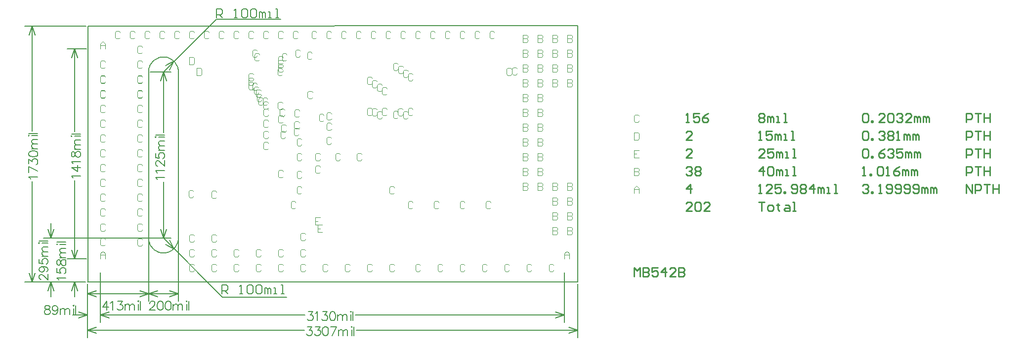
<source format=gbr>
%FSTAX23Y23*%
%MOIN*%
%SFA1B1*%

%IPPOS*%
%ADD11C,0.010000*%
%ADD17C,0.005000*%
%ADD18C,0.006000*%
%ADD37C,0.001000*%
%LNmb542b-1*%
%LPD*%
G54D11*
X0075Y-01584D02*
Y-01524D01*
X0077Y-01544*
X0079Y-01524*
Y-01584*
X0081Y-01524D02*
Y-01584D01*
X0084*
X0085Y-01574*
Y-01564*
X0084Y-01554*
X0081*
X0084*
X0085Y-01544*
Y-01534*
X0084Y-01524*
X0081*
X0091D02*
X0087D01*
Y-01554*
X0089Y-01544*
X009*
X0091Y-01554*
Y-01574*
X009Y-01584*
X0088*
X0087Y-01574*
X0096Y-01584D02*
Y-01524D01*
X0093Y-01554*
X0097*
X0103Y-01584D02*
X0099D01*
X0103Y-01544*
Y-01534*
X0102Y-01524*
X01*
X0099Y-01534*
X0105Y-01524D02*
Y-01584D01*
X0108*
X0109Y-01574*
Y-01564*
X0108Y-01554*
X0105*
X0108*
X0109Y-01544*
Y-01534*
X0108Y-01524*
X0105*
X011Y-0054D02*
X0112D01*
X0111*
Y-0048*
X011Y-0049*
X0119Y-0048D02*
X0115D01*
Y-0051*
X0117Y-005*
X0118*
X0119Y-0051*
Y-0053*
X0118Y-0054*
X0116*
X0115Y-0053*
X0125Y-0048D02*
X0123Y-0049D01*
X0121Y-0051*
Y-0053*
X0122Y-0054*
X0124*
X0125Y-0053*
Y-0052*
X0124Y-0051*
X0121*
X0159Y-0049D02*
X016Y-0048D01*
X0162*
X0163Y-0049*
Y-005*
X0162Y-0051*
X0163Y-0052*
Y-0053*
X0162Y-0054*
X016*
X0159Y-0053*
Y-0052*
X016Y-0051*
X0159Y-005*
Y-0049*
X016Y-0051D02*
X0162D01*
X0165Y-0054D02*
Y-005D01*
X0166*
X0167Y-0051*
Y-0054*
Y-0051*
X0168Y-005*
X0169Y-0051*
Y-0054*
X0171D02*
X0173D01*
X0172*
Y-005*
X0171*
X0176Y-0054D02*
X0178D01*
X0177*
Y-0048*
X0176*
X0229Y-0049D02*
X023Y-0048D01*
X0232*
X0233Y-0049*
Y-0053*
X0232Y-0054*
X023*
X0229Y-0053*
Y-0049*
X0235Y-0054D02*
Y-0053D01*
X0236*
Y-0054*
X0235*
X0244D02*
X024D01*
X0244Y-005*
Y-0049*
X0243Y-0048*
X0241*
X024Y-0049*
X0246D02*
X0247Y-0048D01*
X0249*
X025Y-0049*
Y-0053*
X0249Y-0054*
X0247*
X0246Y-0053*
Y-0049*
X0252D02*
X0253Y-0048D01*
X0255*
X0256Y-0049*
Y-005*
X0255Y-0051*
X0254*
X0255*
X0256Y-0052*
Y-0053*
X0255Y-0054*
X0253*
X0252Y-0053*
X0262Y-0054D02*
X0258D01*
X0262Y-005*
Y-0049*
X0261Y-0048*
X0259*
X0258Y-0049*
X0264Y-0054D02*
Y-005D01*
X0265*
X0266Y-0051*
Y-0054*
Y-0051*
X0267Y-005*
X0268Y-0051*
Y-0054*
X027D02*
Y-005D01*
X0271*
X0272Y-0051*
Y-0054*
Y-0051*
X0273Y-005*
X0274Y-0051*
Y-0054*
X0299D02*
Y-0048D01*
X0302*
X0303Y-0049*
Y-0051*
X0302Y-0052*
X0299*
X0305Y-0048D02*
X0309D01*
X0307*
Y-0054*
X0311Y-0048D02*
Y-0054D01*
Y-0051*
X0315*
Y-0048*
Y-0054*
X0114Y-0066D02*
X011D01*
X0114Y-0062*
Y-0061*
X0113Y-006*
X0111*
X011Y-0061*
X0159Y-0066D02*
X0161D01*
X016*
Y-006*
X0159Y-0061*
X0168Y-006D02*
X0164D01*
Y-0063*
X0166Y-0062*
X0167*
X0168Y-0063*
Y-0065*
X0167Y-0066*
X0165*
X0164Y-0065*
X017Y-0066D02*
Y-0062D01*
X0171*
X0172Y-0063*
Y-0066*
Y-0063*
X0173Y-0062*
X0174Y-0063*
Y-0066*
X0176D02*
X0178D01*
X0177*
Y-0062*
X0176*
X0181Y-0066D02*
X0183D01*
X0182*
Y-006*
X0181*
X0229Y-0061D02*
X023Y-006D01*
X0232*
X0233Y-0061*
Y-0065*
X0232Y-0066*
X023*
X0229Y-0065*
Y-0061*
X0235Y-0066D02*
Y-0065D01*
X0236*
Y-0066*
X0235*
X024Y-0061D02*
X0241Y-006D01*
X0243*
X0244Y-0061*
Y-0062*
X0243Y-0063*
X0242*
X0243*
X0244Y-0064*
Y-0065*
X0243Y-0066*
X0241*
X024Y-0065*
X0246Y-0061D02*
X0247Y-006D01*
X0249*
X025Y-0061*
Y-0062*
X0249Y-0063*
X025Y-0064*
Y-0065*
X0249Y-0066*
X0247*
X0246Y-0065*
Y-0064*
X0247Y-0063*
X0246Y-0062*
Y-0061*
X0247Y-0063D02*
X0249D01*
X0252Y-0066D02*
X0254D01*
X0253*
Y-006*
X0252Y-0061*
X0257Y-0066D02*
Y-0062D01*
X0258*
X0259Y-0063*
Y-0066*
Y-0063*
X026Y-0062*
X0261Y-0063*
Y-0066*
X0263D02*
Y-0062D01*
X0264*
X0265Y-0063*
Y-0066*
Y-0063*
X0266Y-0062*
X0267Y-0063*
Y-0066*
X0299D02*
Y-006D01*
X0302*
X0303Y-0061*
Y-0063*
X0302Y-0064*
X0299*
X0305Y-006D02*
X0309D01*
X0307*
Y-0066*
X0311Y-006D02*
Y-0066D01*
Y-0063*
X0315*
Y-006*
Y-0066*
X0114Y-0078D02*
X011D01*
X0114Y-0074*
Y-0073*
X0113Y-0072*
X0111*
X011Y-0073*
X0163Y-0078D02*
X0159D01*
X0163Y-0074*
Y-0073*
X0162Y-0072*
X016*
X0159Y-0073*
X0169Y-0072D02*
X0165D01*
Y-0075*
X0167Y-0074*
X0168*
X0169Y-0075*
Y-0077*
X0168Y-0078*
X0166*
X0165Y-0077*
X0171Y-0078D02*
Y-0074D01*
X0172*
X0173Y-0075*
Y-0078*
Y-0075*
X0174Y-0074*
X0175Y-0075*
Y-0078*
X0177D02*
X0179D01*
X0178*
Y-0074*
X0177*
X0182Y-0078D02*
X0184D01*
X0183*
Y-0072*
X0182*
X0229Y-0073D02*
X023Y-0072D01*
X0232*
X0233Y-0073*
Y-0077*
X0232Y-0078*
X023*
X0229Y-0077*
Y-0073*
X0235Y-0078D02*
Y-0077D01*
X0236*
Y-0078*
X0235*
X0244Y-0072D02*
X0242Y-0073D01*
X024Y-0075*
Y-0077*
X0241Y-0078*
X0243*
X0244Y-0077*
Y-0076*
X0243Y-0075*
X024*
X0246Y-0073D02*
X0247Y-0072D01*
X0249*
X025Y-0073*
Y-0074*
X0249Y-0075*
X0248*
X0249*
X025Y-0076*
Y-0077*
X0249Y-0078*
X0247*
X0246Y-0077*
X0256Y-0072D02*
X0252D01*
Y-0075*
X0254Y-0074*
X0255*
X0256Y-0075*
Y-0077*
X0255Y-0078*
X0253*
X0252Y-0077*
X0258Y-0078D02*
Y-0074D01*
X0259*
X026Y-0075*
Y-0078*
Y-0075*
X0261Y-0074*
X0262Y-0075*
Y-0078*
X0264D02*
Y-0074D01*
X0265*
X0266Y-0075*
Y-0078*
Y-0075*
X0267Y-0074*
X0268Y-0075*
Y-0078*
X0299D02*
Y-0072D01*
X0302*
X0303Y-0073*
Y-0075*
X0302Y-0076*
X0299*
X0305Y-0072D02*
X0309D01*
X0307*
Y-0078*
X0311Y-0072D02*
Y-0078D01*
Y-0075*
X0315*
Y-0072*
Y-0078*
X011Y-0085D02*
X0111Y-0084D01*
X0113*
X0114Y-0085*
Y-0086*
X0113Y-0087*
X0112*
X0113*
X0114Y-0088*
Y-0089*
X0113Y-009*
X0111*
X011Y-0089*
X0116Y-0085D02*
X0117Y-0084D01*
X0119*
X012Y-0085*
Y-0086*
X0119Y-0087*
X012Y-0088*
Y-0089*
X0119Y-009*
X0117*
X0116Y-0089*
Y-0088*
X0117Y-0087*
X0116Y-0086*
Y-0085*
X0117Y-0087D02*
X0119D01*
X0162Y-009D02*
Y-0084D01*
X0159Y-0087*
X0163*
X0165Y-0085D02*
X0166Y-0084D01*
X0168*
X0169Y-0085*
Y-0089*
X0168Y-009*
X0166*
X0165Y-0089*
Y-0085*
X0171Y-009D02*
Y-0086D01*
X0172*
X0173Y-0087*
Y-009*
Y-0087*
X0174Y-0086*
X0175Y-0087*
Y-009*
X0177D02*
X0179D01*
X0178*
Y-0086*
X0177*
X0182Y-009D02*
X0184D01*
X0183*
Y-0084*
X0182*
X0229Y-009D02*
X0231D01*
X023*
Y-0084*
X0229Y-0085*
X0234Y-009D02*
Y-0089D01*
X0235*
Y-009*
X0234*
X0239Y-0085D02*
X024Y-0084D01*
X0242*
X0243Y-0085*
Y-0089*
X0242Y-009*
X024*
X0239Y-0089*
Y-0085*
X0245Y-009D02*
X0247D01*
X0246*
Y-0084*
X0245Y-0085*
X0254Y-0084D02*
X0252Y-0085D01*
X025Y-0087*
Y-0089*
X0251Y-009*
X0253*
X0254Y-0089*
Y-0088*
X0253Y-0087*
X025*
X0256Y-009D02*
Y-0086D01*
X0257*
X0258Y-0087*
Y-009*
Y-0087*
X0259Y-0086*
X026Y-0087*
Y-009*
X0262D02*
Y-0086D01*
X0263*
X0264Y-0087*
Y-009*
Y-0087*
X0265Y-0086*
X0266Y-0087*
Y-009*
X0299D02*
Y-0084D01*
X0302*
X0303Y-0085*
Y-0087*
X0302Y-0088*
X0299*
X0305Y-0084D02*
X0309D01*
X0307*
Y-009*
X0311Y-0084D02*
Y-009D01*
Y-0087*
X0315*
Y-0084*
Y-009*
X0113Y-0102D02*
Y-0096D01*
X011Y-0099*
X0114*
X0159Y-0102D02*
X0161D01*
X016*
Y-0096*
X0159Y-0097*
X0168Y-0102D02*
X0164D01*
X0168Y-0098*
Y-0097*
X0167Y-0096*
X0165*
X0164Y-0097*
X0174Y-0096D02*
X017D01*
Y-0099*
X0172Y-0098*
X0173*
X0174Y-0099*
Y-0101*
X0173Y-0102*
X0171*
X017Y-0101*
X0176Y-0102D02*
Y-0101D01*
X0177*
Y-0102*
X0176*
X0181Y-0101D02*
X0182Y-0102D01*
X0184*
X0185Y-0101*
Y-0097*
X0184Y-0096*
X0182*
X0181Y-0097*
Y-0098*
X0182Y-0099*
X0185*
X0187Y-0097D02*
X0188Y-0096D01*
X019*
X0191Y-0097*
Y-0098*
X019Y-0099*
X0191Y-01*
Y-0101*
X019Y-0102*
X0188*
X0187Y-0101*
Y-01*
X0188Y-0099*
X0187Y-0098*
Y-0097*
X0188Y-0099D02*
X019D01*
X0196Y-0102D02*
Y-0096D01*
X0193Y-0099*
X0197*
X0199Y-0102D02*
Y-0098D01*
X02*
X0201Y-0099*
Y-0102*
Y-0099*
X0202Y-0098*
X0203Y-0099*
Y-0102*
X0205D02*
X0207D01*
X0206*
Y-0098*
X0205*
X021Y-0102D02*
X0212D01*
X0211*
Y-0096*
X021*
X0229Y-0097D02*
X023Y-0096D01*
X0232*
X0233Y-0097*
Y-0098*
X0232Y-0099*
X0231*
X0232*
X0233Y-01*
Y-0101*
X0232Y-0102*
X023*
X0229Y-0101*
X0235Y-0102D02*
Y-0101D01*
X0236*
Y-0102*
X0235*
X024D02*
X0242D01*
X0241*
Y-0096*
X024Y-0097*
X0245Y-0101D02*
X0246Y-0102D01*
X0248*
X0249Y-0101*
Y-0097*
X0248Y-0096*
X0246*
X0245Y-0097*
Y-0098*
X0246Y-0099*
X0249*
X0251Y-0101D02*
X0252Y-0102D01*
X0254*
X0255Y-0101*
Y-0097*
X0254Y-0096*
X0252*
X0251Y-0097*
Y-0098*
X0252Y-0099*
X0255*
X0257Y-0101D02*
X0258Y-0102D01*
X026*
X0261Y-0101*
Y-0097*
X026Y-0096*
X0258*
X0257Y-0097*
Y-0098*
X0258Y-0099*
X0261*
X0263Y-0101D02*
X0264Y-0102D01*
X0266*
X0267Y-0101*
Y-0097*
X0266Y-0096*
X0264*
X0263Y-0097*
Y-0098*
X0264Y-0099*
X0267*
X0269Y-0102D02*
Y-0098D01*
X027*
X0271Y-0099*
Y-0102*
Y-0099*
X0272Y-0098*
X0273Y-0099*
Y-0102*
X0275D02*
Y-0098D01*
X0276*
X0277Y-0099*
Y-0102*
Y-0099*
X0278Y-0098*
X0279Y-0099*
Y-0102*
X0299D02*
Y-0096D01*
X0303Y-0102*
Y-0096*
X0305Y-0102D02*
Y-0096D01*
X0308*
X0309Y-0097*
Y-0099*
X0308Y-01*
X0305*
X0311Y-0096D02*
X0315D01*
X0313*
Y-0102*
X0317Y-0096D02*
Y-0102D01*
Y-0099*
X0321*
Y-0096*
Y-0102*
X0114Y-0114D02*
X011D01*
X0114Y-011*
Y-0109*
X0113Y-0108*
X0111*
X011Y-0109*
X0116D02*
X0117Y-0108D01*
X0119*
X012Y-0109*
Y-0113*
X0119Y-0114*
X0117*
X0116Y-0113*
Y-0109*
X0126Y-0114D02*
X0122D01*
X0126Y-011*
Y-0109*
X0125Y-0108*
X0123*
X0122Y-0109*
X0159Y-0108D02*
X0163D01*
X0161*
Y-0114*
X0166D02*
X0168D01*
X0169Y-0113*
Y-0111*
X0168Y-011*
X0166*
X0165Y-0111*
Y-0113*
X0166Y-0114*
X0172Y-0109D02*
Y-011D01*
X0171*
X0173*
X0172*
Y-0113*
X0173Y-0114*
X0177Y-011D02*
X0179D01*
X018Y-0111*
Y-0114*
X0177*
X0176Y-0113*
X0177Y-0112*
X018*
X0182Y-0114D02*
X0184D01*
X0183*
Y-0108*
X0182*
G54D17*
X-02325Y-002D02*
D01*
X-02325Y-00193*
X-02325Y-00186*
X-02327Y-00179*
X-02328Y-00172*
X-02331Y-00165*
X-02333Y-00159*
X-02336Y-00153*
X-0234Y-00147*
X-02344Y-00141*
X-02348Y-00135*
X-02353Y-0013*
X-02358Y-00125*
X-02363Y-00121*
X-02369Y-00117*
X-02375Y-00113*
X-02381Y-0011*
X-02387Y-00107*
X-02394Y-00104*
X-024Y-00102*
X-02407Y-00101*
X-02414Y-001*
X-02421Y-001*
X-02428*
X-02435Y-001*
X-02442Y-00101*
X-02449Y-00102*
X-02455Y-00104*
X-02462Y-00107*
X-02468Y-0011*
X-02475Y-00113*
X-0248Y-00117*
X-02486Y-00121*
X-02491Y-00125*
X-02496Y-0013*
X-02501Y-00135*
X-02505Y-00141*
X-02509Y-00147*
X-02513Y-00153*
X-02516Y-00159*
X-02518Y-00165*
X-02521Y-00172*
X-02522Y-00179*
X-02524Y-00186*
X-02524Y-00193*
X-02525Y-002*
Y-01325D02*
D01*
X-02524Y-01331*
X-02524Y-01338*
X-02522Y-01345*
X-02521Y-01352*
X-02518Y-01359*
X-02516Y-01365*
X-02513Y-01371*
X-02509Y-01377*
X-02505Y-01383*
X-02501Y-01389*
X-02496Y-01394*
X-02491Y-01399*
X-02486Y-01403*
X-0248Y-01407*
X-02475Y-01411*
X-02468Y-01414*
X-02462Y-01417*
X-02455Y-0142*
X-02449Y-01422*
X-02442Y-01423*
X-02435Y-01424*
X-02428Y-01424*
X-02421*
X-02414Y-01424*
X-02407Y-01423*
X-024Y-01422*
X-02394Y-0142*
X-02387Y-01417*
X-02381Y-01414*
X-02374Y-01411*
X-02369Y-01407*
X-02363Y-01403*
X-02358Y-01399*
X-02353Y-01394*
X-02348Y-01389*
X-02344Y-01383*
X-0234Y-01377*
X-02336Y-01371*
X-02333Y-01365*
X-02331Y-01359*
X-02328Y-01352*
X-02327Y-01345*
X-02325Y-01338*
X-02325Y-01331*
X-02325Y-01325*
X-02525Y-01752D02*
Y-01337D01*
X-02325Y-01752D02*
Y-01337D01*
X-02525Y-01702D02*
X-02425D01*
X-02325*
X-02525D02*
X-02465Y-01722D01*
X-02525Y-01702D02*
X-02465Y-01682D01*
X-02385D02*
X-02325Y-01702D01*
X-02385Y-01722D02*
X-02325Y-01702D01*
X-02938Y-0175D02*
Y-01633D01*
X-02525Y-0175D02*
Y-01337D01*
X-02938Y-017D02*
X-02731D01*
X-02525*
X-02938D02*
X-02878Y-0172D01*
X-02938Y-017D02*
X-02878Y-0168D01*
X-02585D02*
X-02525Y-017D01*
X-02585Y-0172D02*
X-02525Y-017D01*
X-02938Y-01895D02*
Y-01633D01*
X-02849Y-01895D02*
Y-01556D01*
Y-01845D02*
X-02749D01*
X-03038D02*
X-02938D01*
X-02849D02*
X-02789Y-01865D01*
X-02849Y-01845D02*
X-02789Y-01825D01*
X-02998D02*
X-02938Y-01845D01*
X-02998Y-01865D02*
X-02938Y-01845D01*
X-03072Y-0162D02*
X-0295D01*
X-03072Y-01463D02*
X-02942D01*
X-03022D02*
Y-01363D01*
Y-0172D02*
Y-0162D01*
Y-01463D02*
X-03002Y-01403D01*
X-03042D02*
X-03022Y-01463D01*
X-03042Y-0168D02*
X-03022Y-0162D01*
X-03002Y-0168*
X-03232Y-0162D02*
X-0295D01*
X-03232Y-01325D02*
X-02513D01*
X-03182D02*
Y-01225D01*
Y-0172D02*
Y-0162D01*
Y-01325D02*
X-03162Y-01265D01*
X-03202D02*
X-03182Y-01325D01*
X-03202Y-0168D02*
X-03182Y-0162D01*
X-03162Y-0168*
X-02513Y-01325D02*
X-02375D01*
X-02513Y-002D02*
X-02375D01*
X-02425Y-01325D02*
Y-00943D01*
Y-00612D02*
Y-002D01*
Y-01325D02*
X-02405Y-01265D01*
X-02445D02*
X-02425Y-01325D01*
X-02445Y-0026D02*
X-02425Y-002D01*
X-02405Y-0026*
X-02027Y-01723D02*
X-01593D01*
X-02425Y-01325D02*
X-02027Y-01723D01*
X-02383Y-01339D02*
X-02354Y-01396D01*
X-02411Y-01367D02*
X-02354Y-01396D01*
X-02068Y00157D02*
X-01632D01*
X-02425Y-002D02*
X-02068Y00157D01*
X-02411Y-00158D02*
X-02354Y-00129D01*
X-02383Y-00186D02*
X-02354Y-00129D01*
X0037Y-01996D02*
Y-01633D01*
X-02938Y-01996D02*
Y-01633D01*
X-01125Y-01946D02*
X0037D01*
X-02938D02*
X-01475D01*
X0031Y-01926D02*
X0037Y-01946D01*
X0031Y-01966D02*
X0037Y-01946D01*
X-02938D02*
X-02878Y-01966D01*
X-02938Y-01946D02*
X-02878Y-01926D01*
X00281Y-01895D02*
Y-01556D01*
X-02849Y-01895D02*
Y-01556D01*
X-0113Y-01845D02*
X00281D01*
X-02849D02*
X-0147D01*
X00221Y-01825D02*
X00281Y-01845D01*
X00221Y-01865D02*
X00281Y-01845D01*
X-02849D02*
X-02789Y-01865D01*
X-02849Y-01845D02*
X-02789Y-01825D01*
X-0336Y0011D02*
X-02948D01*
X-0336Y-0162D02*
X-0295D01*
X-0331Y-00601D02*
Y0011D01*
Y-0162D02*
Y-00941D01*
X-0333Y0005D02*
X-0331Y0011D01*
X-0329Y0005*
X-0331Y-0162D02*
X-0329Y-0156D01*
X-0333D02*
X-0331Y-0162D01*
X-03072Y-01463D02*
X-02942D01*
X-03072Y-00045D02*
X-02942D01*
X-03022Y-01463D02*
Y-00935D01*
Y-00605D02*
Y-00045D01*
Y-01463D02*
X-03002Y-01403D01*
X-03042D02*
X-03022Y-01463D01*
X-03042Y-00105D02*
X-03022Y-00045D01*
X-03002Y-00105*
X-02935Y0011D02*
X0037Y00112D01*
Y-0162D02*
D01*
Y00112*
X-02525Y-01325D02*
Y-002D01*
X-02325Y-01325D02*
Y-00205D01*
X-02935Y-0162D02*
Y0011D01*
X-02938Y-0162D02*
X0037D01*
G54D18*
X-02516Y-01766D02*
Y-01763D01*
X-02513Y-01758*
X-0251Y-01755*
X-02505Y-01752*
X-02493*
X-02488Y-01755*
X-02485Y-01758*
X-02482Y-01763*
Y-01769*
X-02485Y-01775*
X-0249Y-01783*
X-02519Y-01812*
X-02479*
X-02448Y-01752D02*
X-02457Y-01755D01*
X-02463Y-01763*
X-02466Y-01778*
Y-01786*
X-02463Y-01801*
X-02457Y-01809*
X-02448Y-01812*
X-02443*
X-02434Y-01809*
X-02428Y-01801*
X-02426Y-01786*
Y-01778*
X-02428Y-01763*
X-02434Y-01755*
X-02443Y-01752*
X-02448*
X-02395D02*
X-02404Y-01755D01*
X-02409Y-01763*
X-02412Y-01778*
Y-01786*
X-02409Y-01801*
X-02404Y-01809*
X-02395Y-01812*
X-02389*
X-02381Y-01809*
X-02375Y-01801*
X-02372Y-01786*
Y-01778*
X-02375Y-01763*
X-02381Y-01755*
X-02389Y-01752*
X-02395*
X-02359Y-01772D02*
Y-01812D01*
Y-01783D02*
X-0235Y-01775D01*
X-02344Y-01772*
X-02336*
X-0233Y-01775*
X-02327Y-01783*
Y-01812*
Y-01783D02*
X-02319Y-01775D01*
X-02313Y-01772*
X-02304*
X-02299Y-01775*
X-02296Y-01783*
Y-01812*
X-02271Y-01752D02*
X-02268Y-01755D01*
X-02266Y-01752*
X-02268Y-01749*
X-02271Y-01752*
X-02268Y-01772D02*
Y-01812D01*
X-02255Y-01752D02*
Y-01812D01*
X-02806Y-01752D02*
X-02835Y-01792D01*
X-02792*
X-02806Y-01752D02*
Y-01812D01*
X-02782Y-01763D02*
X-02776Y-01761D01*
X-02767Y-01752*
Y-01812*
X-02732Y-01752D02*
X-027D01*
X-02718Y-01775*
X-02709*
X-02703Y-01778*
X-027Y-01781*
X-02698Y-01789*
Y-01795*
X-027Y-01803*
X-02706Y-01809*
X-02715Y-01812*
X-02723*
X-02732Y-01809*
X-02735Y-01806*
X-02738Y-01801*
X-02684Y-01772D02*
Y-01812D01*
Y-01783D02*
X-02676Y-01775D01*
X-0267Y-01772*
X-02661*
X-02656Y-01775*
X-02653Y-01783*
Y-01812*
Y-01783D02*
X-02644Y-01775D01*
X-02638Y-01772*
X-0263*
X-02624Y-01775*
X-02621Y-01783*
Y-01812*
X-02597Y-01752D02*
X-02594Y-01755D01*
X-02591Y-01752*
X-02594Y-01749*
X-02597Y-01752*
X-02594Y-01772D02*
Y-01812D01*
X-0258Y-01752D02*
Y-01812D01*
X-03214Y-0178D02*
X-03222Y-01783D01*
X-03225Y-01789*
Y-01794*
X-03222Y-018*
X-03217Y-01803*
X-03205Y-01806*
X-03197Y-01809*
X-03191Y-01814*
X-03188Y-0182*
Y-01829*
X-03191Y-01834*
X-03194Y-01837*
X-03202Y-0184*
X-03214*
X-03222Y-01837*
X-03225Y-01834*
X-03228Y-01829*
Y-0182*
X-03225Y-01814*
X-03219Y-01809*
X-03211Y-01806*
X-03199Y-01803*
X-03194Y-018*
X-03191Y-01794*
Y-01789*
X-03194Y-01783*
X-03202Y-0178*
X-03214*
X-03137Y-018D02*
X-0314Y-01809D01*
X-03146Y-01814*
X-03155Y-01817*
X-03157*
X-03166Y-01814*
X-03172Y-01809*
X-03175Y-018*
Y-01797*
X-03172Y-01789*
X-03166Y-01783*
X-03157Y-0178*
X-03155*
X-03146Y-01783*
X-0314Y-01789*
X-03137Y-018*
Y-01814*
X-0314Y-01829*
X-03146Y-01837*
X-03155Y-0184*
X-0316*
X-03169Y-01837*
X-03172Y-01831*
X-03121Y-018D02*
Y-0184D01*
Y-01811D02*
X-03113Y-01803D01*
X-03107Y-018*
X-03098*
X-03093Y-01803*
X-0309Y-01811*
Y-0184*
Y-01811D02*
X-03081Y-01803D01*
X-03075Y-018*
X-03067*
X-03061Y-01803*
X-03058Y-01811*
Y-0184*
X-03034Y-0178D02*
X-03031Y-01783D01*
X-03028Y-0178*
X-03031Y-01777*
X-03034Y-0178*
X-03031Y-018D02*
Y-0184D01*
X-03017Y-0178D02*
Y-0184D01*
X-03131Y-01607D02*
X-03133Y-01601D01*
X-03142Y-01593*
X-03082*
X-03142Y-01529D02*
Y-01557D01*
X-03116Y-0156*
X-03119Y-01557*
X-03122Y-01549*
Y-0154*
X-03119Y-01532*
X-03113Y-01526*
X-03105Y-01523*
X-03099*
X-03091Y-01526*
X-03085Y-01532*
X-03082Y-0154*
Y-01549*
X-03085Y-01557*
X-03088Y-0156*
X-03093Y-01563*
X-03142Y-01495D02*
X-03139Y-01504D01*
X-03133Y-01507*
X-03128*
X-03122Y-01504*
X-03119Y-01498*
X-03116Y-01487*
X-03113Y-01478*
X-03108Y-01472*
X-03102Y-0147*
X-03093*
X-03088Y-01472*
X-03085Y-01475*
X-03082Y-01484*
Y-01495*
X-03085Y-01504*
X-03088Y-01507*
X-03093Y-0151*
X-03102*
X-03108Y-01507*
X-03113Y-01501*
X-03116Y-01492*
X-03119Y-01481*
X-03122Y-01475*
X-03128Y-01472*
X-03133*
X-03139Y-01475*
X-03142Y-01484*
Y-01495*
X-03122Y-01456D02*
X-03082D01*
X-03111D02*
X-03119Y-01448D01*
X-03122Y-01442*
Y-01433*
X-03119Y-01428*
X-03111Y-01425*
X-03082*
X-03111D02*
X-03119Y-01416D01*
X-03122Y-0141*
Y-01402*
X-03119Y-01396*
X-03111Y-01393*
X-03082*
X-03142Y-01369D02*
X-03139Y-01366D01*
X-03142Y-01363*
X-03145Y-01366*
X-03142Y-01369*
X-03122Y-01366D02*
X-03082D01*
X-03142Y-01352D02*
X-03082D01*
X-03249Y-01605D02*
X-03252D01*
X-03257Y-01602*
X-0326Y-01599*
X-03263Y-01594*
Y-01582*
X-0326Y-01577*
X-03257Y-01574*
X-03252Y-01571*
X-03246*
X-0324Y-01574*
X-03232Y-01579*
X-03203Y-01608*
Y-01568*
X-03243Y-01517D02*
X-03234Y-0152D01*
X-03229Y-01526*
X-03226Y-01535*
Y-01537*
X-03229Y-01546*
X-03234Y-01552*
X-03243Y-01555*
X-03246*
X-03254Y-01552*
X-0326Y-01546*
X-03263Y-01537*
Y-01535*
X-0326Y-01526*
X-03254Y-0152*
X-03243Y-01517*
X-03229*
X-03214Y-0152*
X-03206Y-01526*
X-03203Y-01535*
Y-0154*
X-03206Y-01549*
X-03212Y-01552*
X-03263Y-01467D02*
Y-01495D01*
X-03237Y-01498*
X-0324Y-01495*
X-03243Y-01487*
Y-01478*
X-0324Y-0147*
X-03234Y-01464*
X-03226Y-01461*
X-0322*
X-03212Y-01464*
X-03206Y-0147*
X-03203Y-01478*
Y-01487*
X-03206Y-01495*
X-03209Y-01498*
X-03214Y-01501*
X-03243Y-01448D02*
X-03203D01*
X-03232D02*
X-0324Y-01439D01*
X-03243Y-01433*
Y-01425*
X-0324Y-01419*
X-03232Y-01416*
X-03203*
X-03232D02*
X-0324Y-01408D01*
X-03243Y-01402*
Y-01393*
X-0324Y-01388*
X-03232Y-01385*
X-03203*
X-03263Y-0136D02*
X-0326Y-01357D01*
X-03263Y-01355*
X-03266Y-01357*
X-03263Y-0136*
X-03243Y-01357D02*
X-03203D01*
X-03263Y-01344D02*
X-03203D01*
X-02467Y-00927D02*
X-02469Y-00921D01*
X-02478Y-00913*
X-02418*
X-02467Y-00883D02*
X-02469Y-00877D01*
X-02478Y-00869*
X-02418*
X-02464Y-00836D02*
X-02467D01*
X-02472Y-00833*
X-02475Y-0083*
X-02478Y-00825*
Y-00813*
X-02475Y-00808*
X-02472Y-00805*
X-02467Y-00802*
X-02461*
X-02455Y-00805*
X-02447Y-0081*
X-02418Y-00839*
Y-00799*
X-02478Y-00751D02*
Y-0078D01*
X-02452Y-00783*
X-02455Y-0078*
X-02458Y-00771*
Y-00763*
X-02455Y-00754*
X-02449Y-00748*
X-02441Y-00746*
X-02435*
X-02427Y-00748*
X-02421Y-00754*
X-02418Y-00763*
Y-00771*
X-02421Y-0078*
X-02424Y-00783*
X-02429Y-00786*
X-02458Y-00732D02*
X-02418D01*
X-02447D02*
X-02455Y-00724D01*
X-02458Y-00718*
Y-00709*
X-02455Y-00704*
X-02447Y-00701*
X-02418*
X-02447D02*
X-02455Y-00692D01*
X-02458Y-00686*
Y-00678*
X-02455Y-00672*
X-02447Y-00669*
X-02418*
X-02478Y-00645D02*
X-02475Y-00642D01*
X-02478Y-00639*
X-02481Y-00642*
X-02478Y-00645*
X-02458Y-00642D02*
X-02418D01*
X-02478Y-00628D02*
X-02418D01*
X-02029Y-01701D02*
Y-01641D01*
X-01999*
X-01989Y-01651*
Y-01671*
X-01999Y-01681*
X-02029*
X-02009D02*
X-01989Y-01701D01*
X-01909D02*
X-01889D01*
X-01899*
Y-01641*
X-01909Y-01651*
X-01859D02*
X-01849Y-01641D01*
X-01829*
X-01819Y-01651*
Y-01691*
X-01829Y-01701*
X-01849*
X-01859Y-01691*
Y-01651*
X-01799D02*
X-01789Y-01641D01*
X-01769*
X-01759Y-01651*
Y-01691*
X-01769Y-01701*
X-01789*
X-01799Y-01691*
Y-01651*
X-01739Y-01701D02*
Y-01661D01*
X-01729*
X-01719Y-01671*
Y-01701*
Y-01671*
X-01709Y-01661*
X-01699Y-01671*
Y-01701*
X-01679D02*
X-01659D01*
X-01669*
Y-01661*
X-01679*
X-01629Y-01701D02*
X-01609D01*
X-01619*
Y-01641*
X-01629*
X-02066Y00167D02*
Y00227D01*
X-02036*
X-02026Y00217*
Y00197*
X-02036Y00187*
X-02066*
X-02046D02*
X-02026Y00167D01*
X-01946D02*
X-01926D01*
X-01936*
Y00227*
X-01946Y00217*
X-01896D02*
X-01886Y00227D01*
X-01866*
X-01856Y00217*
Y00177*
X-01866Y00167*
X-01886*
X-01896Y00177*
Y00217*
X-01836D02*
X-01826Y00227D01*
X-01806*
X-01796Y00217*
Y00177*
X-01806Y00167*
X-01826*
X-01836Y00177*
Y00217*
X-01776Y00167D02*
Y00207D01*
X-01766*
X-01756Y00197*
Y00167*
Y00197*
X-01746Y00207*
X-01736Y00197*
Y00167*
X-01716D02*
X-01696D01*
X-01706*
Y00207*
X-01716*
X-01666Y00167D02*
X-01646D01*
X-01656*
Y00227*
X-01666*
X-01453Y-01923D02*
X-01422D01*
X-01439Y-01946*
X-0143*
X-01424Y-01949*
X-01422Y-01952*
X-01419Y-01961*
Y-01966*
X-01422Y-01975*
X-01427Y-01981*
X-01436Y-01983*
X-01444*
X-01453Y-01981*
X-01456Y-01978*
X-01459Y-01972*
X-014Y-01923D02*
X-01368D01*
X-01385Y-01946*
X-01377*
X-01371Y-01949*
X-01368Y-01952*
X-01365Y-01961*
Y-01966*
X-01368Y-01975*
X-01374Y-01981*
X-01382Y-01983*
X-01391*
X-014Y-01981*
X-01402Y-01978*
X-01405Y-01972*
X-01335Y-01923D02*
X-01343Y-01926D01*
X-01349Y-01935*
X-01352Y-01949*
Y-01958*
X-01349Y-01972*
X-01343Y-01981*
X-01335Y-01983*
X-01329*
X-0132Y-01981*
X-01315Y-01972*
X-01312Y-01958*
Y-01949*
X-01315Y-01935*
X-0132Y-01926*
X-01329Y-01923*
X-01335*
X-01258D02*
X-01287Y-01983D01*
X-01298Y-01923D02*
X-01258D01*
X-01245Y-01943D02*
Y-01983D01*
Y-01955D02*
X-01236Y-01946D01*
X-01231Y-01943*
X-01222*
X-01216Y-01946*
X-01214Y-01955*
Y-01983*
Y-01955D02*
X-01205Y-01946D01*
X-01199Y-01943*
X-01191*
X-01185Y-01946*
X-01182Y-01955*
Y-01983*
X-01158Y-01923D02*
X-01155Y-01926D01*
X-01152Y-01923*
X-01155Y-01921*
X-01158Y-01923*
X-01155Y-01943D02*
Y-01983D01*
X-01141Y-01923D02*
Y-01983D01*
X-01448Y-01822D02*
X-01417D01*
X-01434Y-01845*
X-01425*
X-0142Y-01848*
X-01417Y-01851*
X-01414Y-0186*
Y-01865*
X-01417Y-01874*
X-01423Y-0188*
X-01431Y-01882*
X-0144*
X-01448Y-0188*
X-01451Y-01877*
X-01454Y-01871*
X-01401Y-01834D02*
X-01395Y-01831D01*
X-01386Y-01822*
Y-01882*
X-01351Y-01822D02*
X-01319D01*
X-01337Y-01845*
X-01328*
X-01322Y-01848*
X-01319Y-01851*
X-01317Y-0186*
Y-01865*
X-01319Y-01874*
X-01325Y-0188*
X-01334Y-01882*
X-01342*
X-01351Y-0188*
X-01354Y-01877*
X-01357Y-01871*
X-01286Y-01822D02*
X-01295Y-01825D01*
X-013Y-01834*
X-01303Y-01848*
Y-01857*
X-013Y-01871*
X-01295Y-0188*
X-01286Y-01882*
X-0128*
X-01272Y-0188*
X-01266Y-01871*
X-01263Y-01857*
Y-01848*
X-01266Y-01834*
X-01272Y-01825*
X-0128Y-01822*
X-01286*
X-0125Y-01842D02*
Y-01882D01*
Y-01854D02*
X-01241Y-01845D01*
X-01235Y-01842*
X-01227*
X-01221Y-01845*
X-01218Y-01854*
Y-01882*
Y-01854D02*
X-0121Y-01845D01*
X-01204Y-01842*
X-01195*
X-0119Y-01845*
X-01187Y-01854*
Y-01882*
X-01162Y-01822D02*
X-01159Y-01825D01*
X-01157Y-01822*
X-01159Y-0182*
X-01162Y-01822*
X-01159Y-01842D02*
Y-01882D01*
X-01146Y-01822D02*
Y-01882D01*
X-03321Y-00925D02*
X-03324Y-00919D01*
X-03333Y-00911*
X-03273*
X-03333Y-00841D02*
X-03273Y-0087D01*
X-03333Y-00881D02*
Y-00841D01*
Y-00822D02*
Y-00791D01*
X-0331Y-00808*
Y-00799*
X-03307Y-00793*
X-03304Y-00791*
X-03295Y-00788*
X-0329*
X-03281Y-00791*
X-03275Y-00796*
X-03273Y-00805*
Y-00813*
X-03275Y-00822*
X-03278Y-00825*
X-03284Y-00828*
X-03333Y-00757D02*
X-0333Y-00766D01*
X-03321Y-00771*
X-03307Y-00774*
X-03298*
X-03284Y-00771*
X-03275Y-00766*
X-03273Y-00757*
Y-00751*
X-03275Y-00743*
X-03284Y-00737*
X-03298Y-00734*
X-03307*
X-03321Y-00737*
X-0333Y-00743*
X-03333Y-00751*
Y-00757*
X-03313Y-00721D02*
X-03273D01*
X-03301D02*
X-0331Y-00712D01*
X-03313Y-00707*
Y-00698*
X-0331Y-00692*
X-03301Y-00689*
X-03273*
X-03301D02*
X-0331Y-00681D01*
X-03313Y-00675*
Y-00667*
X-0331Y-00661*
X-03301Y-00658*
X-03273*
X-03333Y-00633D02*
X-0333Y-00631D01*
X-03333Y-00628*
X-03335Y-00631*
X-03333Y-00633*
X-03313Y-00631D02*
X-03273D01*
X-03333Y-00617D02*
X-03273D01*
X-03033Y-00919D02*
X-03036Y-00913D01*
X-03045Y-00905*
X-02985*
X-03045Y-00847D02*
X-03005Y-00875D01*
Y-00832*
X-03045Y-00847D02*
X-02985D01*
X-03033Y-00822D02*
X-03036Y-00816D01*
X-03045Y-00807*
X-02985*
X-03045Y-00763D02*
X-03042Y-00772D01*
X-03036Y-00775*
X-0303*
X-03025Y-00772*
X-03022Y-00766*
X-03019Y-00755*
X-03016Y-00746*
X-0301Y-00741*
X-03005Y-00738*
X-02996*
X-0299Y-00741*
X-02987Y-00743*
X-02985Y-00752*
Y-00763*
X-02987Y-00772*
X-0299Y-00775*
X-02996Y-00778*
X-03005*
X-0301Y-00775*
X-03016Y-00769*
X-03019Y-00761*
X-03022Y-00749*
X-03025Y-00743*
X-0303Y-00741*
X-03036*
X-03042Y-00743*
X-03045Y-00752*
Y-00763*
X-03025Y-00724D02*
X-02985D01*
X-03013D02*
X-03022Y-00716D01*
X-03025Y-0071*
Y-00701*
X-03022Y-00696*
X-03013Y-00693*
X-02985*
X-03013D02*
X-03022Y-00684D01*
X-03025Y-00679*
Y-0067*
X-03022Y-00664*
X-03013Y-00661*
X-02985*
X-03045Y-00637D02*
X-03042Y-00634D01*
X-03045Y-00631*
X-03047Y-00634*
X-03045Y-00637*
X-03025Y-00634D02*
X-02985D01*
X-03045Y-00621D02*
X-02985D01*
G54D37*
X00281Y-01463D02*
Y-01429D01*
X00298Y-01413*
X00314Y-01429*
Y-01463*
Y-01438*
X00281*
X-02849Y-01463D02*
Y-01429D01*
X-02832Y-01413*
X-02816Y-01429*
Y-01463*
Y-01438*
X-02849*
Y-01463D02*
Y-01429D01*
X-02832Y-01413*
X-02816Y-01429*
Y-01463*
Y-01438*
X-02849*
X002Y0005D02*
Y0D01*
X00225*
X00233Y00008*
Y00017*
X00225Y00025*
X002*
X00225*
X00233Y00033*
Y00042*
X00225Y0005*
X002*
X-02849Y-00045D02*
Y-00012D01*
X-02832Y00005*
X-02816Y-00012*
Y-00045*
Y-0002*
X-02849*
X003Y0005D02*
Y0D01*
X00325*
X00333Y00008*
Y00017*
X00325Y00025*
X003*
X00325*
X00333Y00033*
Y00042*
X00325Y0005*
X003*
X002Y-0005D02*
Y-001D01*
X00225*
X00233Y-00092*
Y-00083*
X00225Y-00075*
X002*
X00225*
X00233Y-00067*
Y-00058*
X00225Y-0005*
X002*
X003D02*
Y-001D01*
X00325*
X00333Y-00092*
Y-00083*
X00325Y-00075*
X003*
X00325*
X00333Y-00067*
Y-00058*
X00325Y-0005*
X003*
X002Y-0015D02*
Y-002D01*
X00225*
X00233Y-00192*
Y-00183*
X00225Y-00175*
X002*
X00225*
X00233Y-00167*
Y-00158*
X00225Y-0015*
X002*
X003D02*
Y-002D01*
X00325*
X00333Y-00192*
Y-00183*
X00325Y-00175*
X003*
X00325*
X00333Y-00167*
Y-00158*
X00325Y-0015*
X003*
X002Y-0025D02*
Y-003D01*
X00225*
X00233Y-00292*
Y-00283*
X00225Y-00275*
X002*
X00225*
X00233Y-00267*
Y-00258*
X00225Y-0025*
X002*
X003D02*
Y-003D01*
X00325*
X00333Y-00292*
Y-00283*
X00325Y-00275*
X003*
X00325*
X00333Y-00267*
Y-00258*
X00325Y-0025*
X003*
X002Y-0095D02*
Y-01D01*
X00225*
X00233Y-00992*
Y-00983*
X00225Y-00975*
X002*
X00225*
X00233Y-00967*
Y-00958*
X00225Y-0095*
X002*
X003D02*
Y-01D01*
X00325*
X00333Y-00992*
Y-00983*
X00325Y-00975*
X003*
X00325*
X00333Y-00967*
Y-00958*
X00325Y-0095*
X003*
X002Y-0105D02*
Y-011D01*
X00225*
X00233Y-01092*
Y-01083*
X00225Y-01075*
X002*
X00225*
X00233Y-01067*
Y-01058*
X00225Y-0105*
X002*
X003D02*
Y-011D01*
X00325*
X00333Y-01092*
Y-01083*
X00325Y-01075*
X003*
X00325*
X00333Y-01067*
Y-01058*
X00325Y-0105*
X003*
X002Y-0115D02*
Y-012D01*
X00225*
X00233Y-01192*
Y-01183*
X00225Y-01175*
X002*
X00225*
X00233Y-01167*
Y-01158*
X00225Y-0115*
X002*
X003D02*
Y-012D01*
X00325*
X00333Y-01192*
Y-01183*
X00325Y-01175*
X003*
X00325*
X00333Y-01167*
Y-01158*
X00325Y-0115*
X003*
X002Y-0125D02*
Y-013D01*
X00225*
X00233Y-01292*
Y-01283*
X00225Y-01275*
X002*
X00225*
X00233Y-01267*
Y-01258*
X00225Y-0125*
X002*
X003D02*
Y-013D01*
X00325*
X00333Y-01292*
Y-01283*
X00325Y-01275*
X003*
X00325*
X00333Y-01267*
Y-01258*
X00325Y-0125*
X003*
X0Y0005D02*
Y0D01*
X00025*
X00033Y00008*
Y00017*
X00025Y00025*
X0*
X00025*
X00033Y00033*
Y00042*
X00025Y0005*
X0*
X001Y-0005D02*
Y-001D01*
X00125*
X00133Y-00092*
Y-00083*
X00125Y-00075*
X001*
X00125*
X00133Y-00067*
Y-00058*
X00125Y-0005*
X001*
Y0005D02*
Y0D01*
X00125*
X00133Y00008*
Y00017*
X00125Y00025*
X001*
X00125*
X00133Y00033*
Y00042*
X00125Y0005*
X001*
X0Y-0005D02*
Y-001D01*
X00025*
X00033Y-00092*
Y-00083*
X00025Y-00075*
X0*
X00025*
X00033Y-00067*
Y-00058*
X00025Y-0005*
X0*
X001Y-0095D02*
Y-01D01*
X00125*
X00133Y-00992*
Y-00983*
X00125Y-00975*
X001*
X00125*
X00133Y-00967*
Y-00958*
X00125Y-0095*
X001*
Y-0085D02*
Y-009D01*
X00125*
X00133Y-00892*
Y-00883*
X00125Y-00875*
X001*
X00125*
X00133Y-00867*
Y-00858*
X00125Y-0085*
X001*
Y-0075D02*
Y-008D01*
X00125*
X00133Y-00792*
Y-00783*
X00125Y-00775*
X001*
X00125*
X00133Y-00767*
Y-00758*
X00125Y-0075*
X001*
Y-0065D02*
Y-007D01*
X00125*
X00133Y-00692*
Y-00683*
X00125Y-00675*
X001*
X00125*
X00133Y-00667*
Y-00658*
X00125Y-0065*
X001*
Y-0055D02*
Y-006D01*
X00125*
X00133Y-00592*
Y-00583*
X00125Y-00575*
X001*
X00125*
X00133Y-00567*
Y-00558*
X00125Y-0055*
X001*
Y-0045D02*
Y-005D01*
X00125*
X00133Y-00492*
Y-00483*
X00125Y-00475*
X001*
X00125*
X00133Y-00467*
Y-00458*
X00125Y-0045*
X001*
Y-0035D02*
Y-004D01*
X00125*
X00133Y-00392*
Y-00383*
X00125Y-00375*
X001*
X00125*
X00133Y-00367*
Y-00358*
X00125Y-0035*
X001*
Y-0025D02*
Y-003D01*
X00125*
X00133Y-00292*
Y-00283*
X00125Y-00275*
X001*
X00125*
X00133Y-00267*
Y-00258*
X00125Y-0025*
X001*
Y-0015D02*
Y-002D01*
X00125*
X00133Y-00192*
Y-00183*
X00125Y-00175*
X001*
X00125*
X00133Y-00167*
Y-00158*
X00125Y-0015*
X001*
X0Y-0095D02*
Y-01D01*
X00025*
X00033Y-00992*
Y-00983*
X00025Y-00975*
X0*
X00025*
X00033Y-00967*
Y-00958*
X00025Y-0095*
X0*
Y-0085D02*
Y-009D01*
X00025*
X00033Y-00892*
Y-00883*
X00025Y-00875*
X0*
X00025*
X00033Y-00867*
Y-00858*
X00025Y-0085*
X0*
Y-0075D02*
Y-008D01*
X00025*
X00033Y-00792*
Y-00783*
X00025Y-00775*
X0*
X00025*
X00033Y-00767*
Y-00758*
X00025Y-0075*
X0*
Y-0065D02*
Y-007D01*
X00025*
X00033Y-00692*
Y-00683*
X00025Y-00675*
X0*
X00025*
X00033Y-00667*
Y-00658*
X00025Y-0065*
X0*
Y-0055D02*
Y-006D01*
X00025*
X00033Y-00592*
Y-00583*
X00025Y-00575*
X0*
X00025*
X00033Y-00567*
Y-00558*
X00025Y-0055*
X0*
Y-0045D02*
Y-005D01*
X00025*
X00033Y-00492*
Y-00483*
X00025Y-00475*
X0*
X00025*
X00033Y-00467*
Y-00458*
X00025Y-0045*
X0*
Y-0035D02*
Y-004D01*
X00025*
X00033Y-00392*
Y-00383*
X00025Y-00375*
X0*
X00025*
X00033Y-00367*
Y-00358*
X00025Y-0035*
X0*
Y-0025D02*
Y-003D01*
X00025*
X00033Y-00292*
Y-00283*
X00025Y-00275*
X0*
X00025*
X00033Y-00267*
Y-00258*
X00025Y-0025*
X0*
Y-0015D02*
Y-002D01*
X00025*
X00033Y-00192*
Y-00183*
X00025Y-00175*
X0*
X00025*
X00033Y-00167*
Y-00158*
X00025Y-0015*
X0*
X-01617Y-00873D02*
X-01625Y-00865D01*
X-01642*
X-0165Y-00873*
Y-00907*
X-01642Y-00915*
X-01625*
X-01617Y-00907*
X-022Y-00175D02*
Y-00225D01*
X-02175*
X-02167Y-00217*
Y-00183*
X-02175Y-00175*
X-022*
X-0225Y-001D02*
Y-0015D01*
X-02225*
X-02217Y-00142*
Y-00108*
X-02225Y-001*
X-0225*
X-01342Y-00493D02*
X-0135Y-00485D01*
X-01367*
X-01375Y-00493*
Y-00527*
X-01367Y-00535*
X-0135*
X-01342Y-00527*
X-0162Y-00412D02*
X-01628Y-00403D01*
X-01645*
X-01653Y-00412*
Y-00445*
X-01645Y-00453*
X-01628*
X-0162Y-00445*
X-01352Y-01235D02*
X-01385D01*
Y-01285*
X-01352*
X-01385Y-0126D02*
X-01368D01*
X-01367Y-01185D02*
X-014D01*
Y-01235*
X-01367*
X-014Y-0121D02*
X-01383D01*
X-00742Y-00218D02*
X-0075Y-0021D01*
X-00767*
X-00775Y-00218*
Y-00252*
X-00767Y-0026*
X-0075*
X-00742Y-00252*
X-00775Y-00195D02*
X-00783Y-00187D01*
X-008*
X-00808Y-00195*
Y-00229*
X-008Y-00237*
X-00783*
X-00775Y-00229*
X-00807Y-00168D02*
X-00815Y-0016D01*
X-00832*
X-0084Y-00168*
Y-00202*
X-00832Y-0021*
X-00815*
X-00807Y-00202*
X-00842Y-00148D02*
X-0085Y-0014D01*
X-00867*
X-00875Y-00148*
Y-00182*
X-00867Y-0019*
X-0085*
X-00842Y-00182*
X-00077Y-00181D02*
X-00085Y-00173D01*
X-00102*
X-0011Y-00181*
Y-00215*
X-00102Y-00223*
X-00085*
X-00077Y-00215*
X-0004Y-00178D02*
X-00048Y-0017D01*
X-00065*
X-00073Y-00178*
Y-00212*
X-00065Y-0022*
X-00048*
X-0004Y-00212*
X-01422Y-00073D02*
X-0143Y-00065D01*
X-01447*
X-01455Y-00073*
Y-00107*
X-01447Y-00115*
X-0143*
X-01422Y-00107*
X-00917Y-00313D02*
X-00925Y-00305D01*
X-00942*
X-0095Y-00313*
Y-00347*
X-00942Y-00355*
X-00925*
X-00917Y-00347*
X-0095Y-0029D02*
X-00958Y-00282D01*
X-00975*
X-00983Y-0029*
Y-00324*
X-00975Y-00332*
X-00958*
X-0095Y-00324*
X-00984Y-00265D02*
X-00992Y-00257D01*
X-01009*
X-01017Y-00265*
Y-00299*
X-01009Y-00307*
X-00992*
X-00984Y-00299*
X-01017Y-00243D02*
X-01025Y-00235D01*
X-01042*
X-0105Y-00243*
Y-00277*
X-01042Y-00285*
X-01025*
X-01017Y-00277*
X-00742Y-00453D02*
X-0075Y-00445D01*
X-00767*
X-00775Y-00453*
Y-00487*
X-00767Y-00495*
X-0075*
X-00742Y-00487*
X-00775Y-00475D02*
X-00783Y-00467D01*
X-008*
X-00808Y-00475*
Y-00509*
X-008Y-00517*
X-00783*
X-00775Y-00509*
X-00809Y-00455D02*
X-00817Y-00447D01*
X-00834*
X-00842Y-00455*
Y-00489*
X-00834Y-00497*
X-00817*
X-00809Y-00489*
X-00842Y-00473D02*
X-0085Y-00465D01*
X-00867*
X-00875Y-00473*
Y-00507*
X-00867Y-00515*
X-0085*
X-00842Y-00507*
X-00917Y-00453D02*
X-00925Y-00445D01*
X-00942*
X-0095Y-00453*
Y-00487*
X-00942Y-00495*
X-00925*
X-00917Y-00487*
X-0095Y-00475D02*
X-00958Y-00467D01*
X-00975*
X-00983Y-00475*
Y-00509*
X-00975Y-00517*
X-00958*
X-0095Y-00509*
X-00984Y-00455D02*
X-00992Y-00447D01*
X-01009*
X-01017Y-00455*
Y-00489*
X-01009Y-00497*
X-00992*
X-00984Y-00489*
X-01017Y-00453D02*
X-01025Y-00445D01*
X-01042*
X-0105Y-00453*
Y-00487*
X-01042Y-00495*
X-01025*
X-01017Y-00487*
X-01716Y-00458D02*
X-01724Y-0045D01*
X-01741*
X-01749Y-00458*
Y-00492*
X-01741Y-005*
X-01724*
X-01716Y-00492*
X-01717Y-00533D02*
X-01725Y-00525D01*
X-01742*
X-0175Y-00533*
Y-00567*
X-01742Y-00575*
X-01725*
X-01717Y-00567*
X-01716Y-00608D02*
X-01724Y-006D01*
X-01741*
X-01749Y-00608*
Y-00642*
X-01741Y-0065*
X-01724*
X-01716Y-00642*
X-01717Y-00684D02*
X-01725Y-00675D01*
X-01742*
X-0175Y-00684*
Y-00717*
X-01742Y-00725*
X-01725*
X-01717Y-00717*
X-01597Y-00565D02*
X-01605Y-00557D01*
X-01622*
X-0163Y-00565*
Y-00598*
X-01622Y-00607*
X-01605*
X-01597Y-00598*
X-01602Y-00608D02*
X-0161Y-006D01*
X-01627*
X-01635Y-00608*
Y-00642*
X-01627Y-0065*
X-0161*
X-01602Y-00642*
X-01492Y-00759D02*
X-015Y-0075D01*
X-01517*
X-01525Y-00759*
Y-00792*
X-01517Y-008*
X-015*
X-01492Y-00792*
X-01367Y-00843D02*
X-01375Y-00835D01*
X-01392*
X-014Y-00843*
Y-00877*
X-01392Y-00885*
X-01375*
X-01367Y-00877*
Y-00758D02*
X-01375Y-0075D01*
X-01392*
X-014Y-00758*
Y-00792*
X-01392Y-008*
X-01375*
X-01367Y-00792*
X-01492Y-00659D02*
X-015Y-0065D01*
X-01517*
X-01525Y-00659*
Y-00692*
X-01517Y-007*
X-015*
X-01492Y-00692*
X-01232Y-00758D02*
X-0124Y-0075D01*
X-01257*
X-01265Y-00758*
Y-00792*
X-01257Y-008*
X-0124*
X-01232Y-00792*
X-01087Y-00759D02*
X-01095Y-0075D01*
X-01112*
X-0112Y-00759*
Y-00792*
X-01112Y-008*
X-01095*
X-01087Y-00792*
X-01617Y-01408D02*
X-01625Y-014D01*
X-01642*
X-0165Y-01408*
Y-01442*
X-01642Y-0145*
X-01625*
X-01617Y-01442*
Y-01508D02*
X-01625Y-015D01*
X-01642*
X-0165Y-01508*
Y-01542*
X-01642Y-0155*
X-01625*
X-01617Y-01542*
X-01467Y-01408D02*
X-01475Y-014D01*
X-01492*
X-015Y-01408*
Y-01442*
X-01492Y-0145*
X-01475*
X-01467Y-01442*
Y-01508D02*
X-01475Y-015D01*
X-01492*
X-015Y-01508*
Y-01542*
X-01492Y-0155*
X-01475*
X-01467Y-01542*
X-02567Y-00033D02*
X-02575Y-00025D01*
X-02592*
X-026Y-00033*
Y-00067*
X-02592Y-00075*
X-02575*
X-02567Y-00067*
Y-00133D02*
X-02575Y-00125D01*
X-02592*
X-026Y-00133*
Y-00167*
X-02592Y-00175*
X-02575*
X-02567Y-00167*
Y-00234D02*
X-02575Y-00225D01*
X-02592*
X-026Y-00234*
Y-00267*
X-02592Y-00275*
X-02575*
X-02567Y-00267*
Y-00334D02*
X-02575Y-00325D01*
X-02592*
X-026Y-00334*
Y-00367*
X-02592Y-00375*
X-02575*
X-02567Y-00367*
Y-00434D02*
X-02575Y-00425D01*
X-02592*
X-026Y-00434*
Y-00467*
X-02592Y-00475*
X-02575*
X-02567Y-00467*
Y-00533D02*
X-02575Y-00525D01*
X-02592*
X-026Y-00533*
Y-00567*
X-02592Y-00575*
X-02575*
X-02567Y-00567*
Y-00633D02*
X-02575Y-00625D01*
X-02592*
X-026Y-00633*
Y-00667*
X-02592Y-00675*
X-02575*
X-02567Y-00667*
Y-00733D02*
X-02575Y-00725D01*
X-02592*
X-026Y-00733*
Y-00766*
X-02592Y-00775*
X-02575*
X-02567Y-00766*
Y-00833D02*
X-02575Y-00825D01*
X-02592*
X-026Y-00833*
Y-00867*
X-02592Y-00875*
X-02575*
X-02567Y-00867*
Y-00933D02*
X-02575Y-00925D01*
X-02592*
X-026Y-00933*
Y-00967*
X-02592Y-00975*
X-02575*
X-02567Y-00967*
X-02067Y-01308D02*
X-02075Y-013D01*
X-02092*
X-021Y-01308*
Y-01342*
X-02092Y-0135*
X-02075*
X-02067Y-01342*
Y-01408D02*
X-02075Y-014D01*
X-02092*
X-021Y-01408*
Y-01442*
X-02092Y-0145*
X-02075*
X-02067Y-01442*
Y-01509D02*
X-02075Y-015D01*
X-02092*
X-021Y-01509*
Y-01542*
X-02092Y-0155*
X-02075*
X-02067Y-01542*
X-00867Y-00983D02*
X-00875Y-00975D01*
X-00892*
X-009Y-00983*
Y-01017*
X-00892Y-01025*
X-00875*
X-00867Y-01017*
X-00567Y-01084D02*
X-00575Y-01075D01*
X-00592*
X-006Y-01084*
Y-01117*
X-00592Y-01125*
X-00575*
X-00567Y-01117*
X-00392Y-01084D02*
X-004Y-01075D01*
X-00417*
X-00425Y-01084*
Y-01117*
X-00417Y-01125*
X-004*
X-00392Y-01117*
X-00217Y-01084D02*
X-00225Y-01075D01*
X-00242*
X-0025Y-01084*
Y-01117*
X-00242Y-01125*
X-00225*
X-00217Y-01117*
X-00742Y-01083D02*
X-0075Y-01075D01*
X-00767*
X-00775Y-01083*
Y-01117*
X-00767Y-01125*
X-0075*
X-00742Y-01117*
X00208Y-01508D02*
X002Y-015D01*
X00183*
X00175Y-01508*
Y-01542*
X00183Y-0155*
X002*
X00208Y-01542*
X00058Y-01509D02*
X0005Y-015D01*
X00033*
X00025Y-01509*
Y-01542*
X00033Y-0155*
X0005*
X00058Y-01542*
X-00242Y-01509D02*
X-0025Y-015D01*
X-00267*
X-00275Y-01509*
Y-01542*
X-00267Y-0155*
X-0025*
X-00242Y-01542*
X-00392Y-01509D02*
X-004Y-015D01*
X-00417*
X-00425Y-01509*
Y-01542*
X-00417Y-0155*
X-004*
X-00392Y-01542*
X-00542Y-01509D02*
X-0055Y-015D01*
X-00567*
X-00575Y-01509*
Y-01542*
X-00567Y-0155*
X-0055*
X-00542Y-01542*
X-00092Y-01509D02*
X-001Y-015D01*
X-00117*
X-00125Y-01509*
Y-01542*
X-00117Y-0155*
X-001*
X-00092Y-01542*
X-00692Y-01508D02*
X-007Y-015D01*
X-00717*
X-00725Y-01508*
Y-01542*
X-00717Y-0155*
X-007*
X-00692Y-01542*
X-00867Y-01508D02*
X-00875Y-015D01*
X-00892*
X-009Y-01508*
Y-01542*
X-00892Y-0155*
X-00875*
X-00867Y-01542*
X-01017Y-01508D02*
X-01025Y-015D01*
X-01042*
X-0105Y-01508*
Y-01542*
X-01042Y-0155*
X-01025*
X-01017Y-01542*
X-01167Y-01508D02*
X-01175Y-015D01*
X-01192*
X-012Y-01508*
Y-01542*
X-01192Y-0155*
X-01175*
X-01167Y-01542*
X-01317Y-01508D02*
X-01325Y-015D01*
X-01342*
X-0135Y-01508*
Y-01542*
X-01342Y-0155*
X-01325*
X-01317Y-01542*
X-01767Y-01508D02*
X-01775Y-015D01*
X-01792*
X-018Y-01508*
Y-01542*
X-01792Y-0155*
X-01775*
X-01767Y-01542*
Y-01409D02*
X-01775Y-014D01*
X-01792*
X-018Y-01409*
Y-01442*
X-01792Y-0145*
X-01775*
X-01767Y-01442*
X-01917Y-01509D02*
X-01925Y-015D01*
X-01942*
X-0195Y-01509*
Y-01542*
X-01942Y-0155*
X-01925*
X-01917Y-01542*
Y-01408D02*
X-01925Y-014D01*
X-01942*
X-0195Y-01408*
Y-01442*
X-01942Y-0145*
X-01925*
X-01917Y-01442*
X-02817Y-00133D02*
X-02825Y-00125D01*
X-02842*
X-0285Y-00133*
Y-00167*
X-02842Y-00175*
X-02825*
X-02817Y-00167*
Y-00234D02*
X-02825Y-00225D01*
X-02842*
X-0285Y-00234*
Y-00267*
X-02842Y-00275*
X-02825*
X-02817Y-00267*
Y-00334D02*
X-02825Y-00325D01*
X-02842*
X-0285Y-00334*
Y-00367*
X-02842Y-00375*
X-02825*
X-02817Y-00367*
Y-00434D02*
X-02825Y-00425D01*
X-02842*
X-0285Y-00434*
Y-00467*
X-02842Y-00475*
X-02825*
X-02817Y-00467*
Y-00533D02*
X-02825Y-00525D01*
X-02842*
X-0285Y-00533*
Y-00567*
X-02842Y-00575*
X-02825*
X-02817Y-00567*
Y-00633D02*
X-02825Y-00625D01*
X-02842*
X-0285Y-00633*
Y-00667*
X-02842Y-00675*
X-02825*
X-02817Y-00667*
Y-00733D02*
X-02825Y-00725D01*
X-02842*
X-0285Y-00733*
Y-00766*
X-02842Y-00775*
X-02825*
X-02817Y-00766*
Y-00833D02*
X-02825Y-00825D01*
X-02842*
X-0285Y-00833*
Y-00867*
X-02842Y-00875*
X-02825*
X-02817Y-00867*
Y-00933D02*
X-02825Y-00925D01*
X-02842*
X-0285Y-00933*
Y-00967*
X-02842Y-00975*
X-02825*
X-02817Y-00967*
X-02217Y-01308D02*
X-02225Y-013D01*
X-02242*
X-0225Y-01308*
Y-01341*
X-02242Y-0135*
X-02225*
X-02217Y-01341*
Y-01408D02*
X-02225Y-014D01*
X-02242*
X-0225Y-01408*
Y-01441*
X-02242Y-0145*
X-02225*
X-02217Y-01441*
Y-01508D02*
X-02225Y-015D01*
X-02242*
X-0225Y-01508*
Y-01542*
X-02242Y-0155*
X-02225*
X-02217Y-01542*
X-01392Y00067D02*
X-014Y00075D01*
X-01417*
X-01425Y00067*
Y00033*
X-01417Y00025*
X-014*
X-01392Y00033*
X-01292Y00066D02*
X-013Y00075D01*
X-01317*
X-01325Y00066*
Y00033*
X-01317Y00025*
X-013*
X-01292Y00033*
X-01192Y00066D02*
X-012Y00075D01*
X-01217*
X-01225Y00066*
Y00033*
X-01217Y00025*
X-012*
X-01192Y00033*
X-01092Y00066D02*
X-011Y00075D01*
X-01117*
X-01125Y00066*
Y00033*
X-01117Y00025*
X-011*
X-01092Y00033*
X-00992Y00066D02*
X-01Y00075D01*
X-01017*
X-01025Y00066*
Y00033*
X-01017Y00025*
X-01*
X-00992Y00033*
X-00892Y00066D02*
X-009Y00075D01*
X-00917*
X-00925Y00066*
Y00033*
X-00917Y00025*
X-009*
X-00892Y00033*
X-00792Y00066D02*
X-008Y00075D01*
X-00817*
X-00825Y00066*
Y00033*
X-00817Y00025*
X-008*
X-00792Y00033*
X-00692Y00066D02*
X-007Y00075D01*
X-00717*
X-00725Y00066*
Y00033*
X-00717Y00025*
X-007*
X-00692Y00033*
X-00592Y00066D02*
X-006Y00075D01*
X-00617*
X-00625Y00066*
Y00033*
X-00617Y00025*
X-006*
X-00592Y00033*
X-00492Y00066D02*
X-005Y00075D01*
X-00517*
X-00525Y00066*
Y00033*
X-00517Y00025*
X-005*
X-00492Y00033*
X-00392Y00066D02*
X-004Y00075D01*
X-00417*
X-00425Y00066*
Y00033*
X-00417Y00025*
X-004*
X-00392Y00033*
X-00292Y00066D02*
X-003Y00075D01*
X-00317*
X-00325Y00066*
Y00033*
X-00317Y00025*
X-003*
X-00292Y00033*
X-00192Y00066D02*
X-002Y00075D01*
X-00217*
X-00225Y00066*
Y00033*
X-00217Y00025*
X-002*
X-00192Y00033*
X-02517Y00066D02*
X-02525Y00075D01*
X-02542*
X-0255Y00066*
Y00033*
X-02542Y00025*
X-02525*
X-02517Y00033*
X-02417Y00066D02*
X-02425Y00075D01*
X-02442*
X-0245Y00066*
Y00033*
X-02442Y00025*
X-02425*
X-02417Y00033*
X-02317Y00066D02*
X-02325Y00075D01*
X-02342*
X-0235Y00066*
Y00033*
X-02342Y00025*
X-02325*
X-02317Y00033*
X-02217Y00066D02*
X-02225Y00075D01*
X-02242*
X-0225Y00066*
Y00033*
X-02242Y00025*
X-02225*
X-02217Y00033*
X-02117Y00066D02*
X-02125Y00075D01*
X-02142*
X-0215Y00066*
Y00033*
X-02142Y00025*
X-02125*
X-02117Y00033*
X-02017Y00066D02*
X-02025Y00075D01*
X-02042*
X-0205Y00066*
Y00033*
X-02042Y00025*
X-02025*
X-02017Y00033*
X-01917Y00066D02*
X-01925Y00075D01*
X-01942*
X-0195Y00066*
Y00033*
X-01942Y00025*
X-01925*
X-01917Y00033*
X-01817Y00066D02*
X-01825Y00075D01*
X-01842*
X-0185Y00066*
Y00033*
X-01842Y00025*
X-01825*
X-01817Y00033*
X-01717Y00066D02*
X-01725Y00075D01*
X-01742*
X-0175Y00066*
Y00033*
X-01742Y00025*
X-01725*
X-01717Y00033*
X-01617Y00066D02*
X-01625Y00075D01*
X-01642*
X-0165Y00066*
Y00033*
X-01642Y00025*
X-01625*
X-01617Y00033*
X-01517Y00066D02*
X-01525Y00075D01*
X-01542*
X-0155Y00066*
Y00033*
X-01542Y00025*
X-01525*
X-01517Y00033*
X-02817Y-01333D02*
X-02825Y-01325D01*
X-02842*
X-0285Y-01333*
Y-01367*
X-02842Y-01375*
X-02825*
X-02817Y-01367*
Y-01234D02*
X-02825Y-01226D01*
X-02842*
X-0285Y-01234*
Y-01267*
X-02842Y-01276*
X-02825*
X-02817Y-01267*
Y-01134D02*
X-02825Y-01125D01*
X-02842*
X-0285Y-01134*
Y-01167*
X-02842Y-01175*
X-02825*
X-02817Y-01167*
Y-01034D02*
X-02825Y-01025D01*
X-02842*
X-0285Y-01034*
Y-01067*
X-02842Y-01075*
X-02825*
X-02817Y-01067*
Y-00334D02*
X-02825Y-00326D01*
X-02842*
X-0285Y-00334*
Y-00367*
X-02842Y-00376*
X-02825*
X-02817Y-00367*
Y-00234D02*
X-02825Y-00226D01*
X-02842*
X-0285Y-00234*
Y-00267*
X-02842Y-00276*
X-02825*
X-02817Y-00267*
Y-00134D02*
X-02825Y-00125D01*
X-02842*
X-0285Y-00134*
Y-00167*
X-02842Y-00175*
X-02825*
X-02817Y-00167*
X-02567Y-01334D02*
X-02575Y-01326D01*
X-02592*
X-026Y-01334*
Y-01367*
X-02592Y-01376*
X-02575*
X-02567Y-01367*
Y-01234D02*
X-02575Y-01226D01*
X-02592*
X-026Y-01234*
Y-01267*
X-02592Y-01276*
X-02575*
X-02567Y-01267*
Y-01134D02*
X-02575Y-01125D01*
X-02592*
X-026Y-01134*
Y-01167*
X-02592Y-01175*
X-02575*
X-02567Y-01167*
Y-01034D02*
X-02575Y-01025D01*
X-02592*
X-026Y-01034*
Y-01067*
X-02592Y-01075*
X-02575*
X-02567Y-01067*
Y-00334D02*
X-02575Y-00326D01*
X-02592*
X-026Y-00334*
Y-00367*
X-02592Y-00376*
X-02575*
X-02567Y-00367*
Y-00234D02*
X-02575Y-00226D01*
X-02592*
X-026Y-00234*
Y-00267*
X-02592Y-00276*
X-02575*
X-02567Y-00267*
Y-00134D02*
X-02575Y-00125D01*
X-02592*
X-026Y-00134*
Y-00167*
X-02592Y-00175*
X-02575*
X-02567Y-00167*
X-01532Y-01083D02*
X-0154Y-01075D01*
X-01557*
X-01565Y-01083*
Y-01117*
X-01557Y-01125*
X-0154*
X-01532Y-01117*
X-01492Y-00879D02*
X-015Y-0087D01*
X-01517*
X-01525Y-00879*
Y-00912*
X-01517Y-0092*
X-015*
X-01492Y-00912*
X-02617Y00066D02*
X-02625Y00075D01*
X-02642*
X-0265Y00066*
Y00033*
X-02642Y00025*
X-02625*
X-02617Y00033*
X-02717Y00066D02*
X-02725Y00075D01*
X-02742*
X-0275Y00066*
Y00033*
X-02742Y00025*
X-02725*
X-02717Y00033*
X-01492Y-00984D02*
X-015Y-00975D01*
X-01517*
X-01525Y-00984*
Y-01017*
X-01517Y-01025*
X-015*
X-01492Y-01017*
X-01291Y-00483D02*
X-013Y-00475D01*
X-01316*
X-01325Y-00483*
Y-00517*
X-01316Y-00525*
X-013*
X-01291Y-00517*
X-01718Y-0041D02*
X-01726Y-00401D01*
X-01743*
X-01751Y-0041*
Y-00443*
X-01743Y-00451*
X-01726*
X-01718Y-00443*
X-01722Y-00383D02*
X-0173Y-00375D01*
X-01747*
X-01755Y-00383*
Y-00417*
X-01747Y-00425*
X-0173*
X-01722Y-00417*
X-01752Y-00383D02*
X-0176Y-00375D01*
X-01777*
X-01785Y-00383*
Y-00417*
X-01777Y-00425*
X-0176*
X-01752Y-00417*
X-01762Y-00358D02*
X-0177Y-0035D01*
X-01787*
X-01795Y-00358*
Y-00392*
X-01787Y-004*
X-0177*
X-01762Y-00392*
X-01767Y-00328D02*
X-01775Y-0032D01*
X-01792*
X-018Y-00328*
Y-00362*
X-01792Y-0037*
X-01775*
X-01767Y-00362*
X-01782Y-00308D02*
X-0179Y-003D01*
X-01807*
X-01815Y-00308*
Y-00342*
X-01807Y-0035*
X-0179*
X-01782Y-00342*
X-01792Y-00283D02*
X-018Y-00275D01*
X-01817*
X-01825Y-00283*
Y-00317*
X-01817Y-00325*
X-018*
X-01792Y-00317*
X-01817Y-00279D02*
X-01825Y-0027D01*
X-01842*
X-0185Y-00279*
Y-00312*
X-01842Y-0032*
X-01825*
X-01817Y-00312*
Y-00249D02*
X-01825Y-0024D01*
X-01842*
X-0185Y-00249*
Y-00282*
X-01842Y-0029*
X-01825*
X-01817Y-00282*
Y-00218D02*
X-01825Y-0021D01*
X-01842*
X-0185Y-00218*
Y-00252*
X-01842Y-0026*
X-01825*
X-01817Y-00252*
X-01511Y-00589D02*
X-0152Y-0058D01*
X-01536*
X-01545Y-00589*
Y-00622*
X-01536Y-0063*
X-0152*
X-01511Y-00622*
X-01617Y-00503D02*
X-01625Y-00495D01*
X-01642*
X-0165Y-00503*
Y-00537*
X-01642Y-00545*
X-01625*
X-01617Y-00537*
Y-00128D02*
X-01625Y-0012D01*
X-01642*
X-0165Y-00128*
Y-00161*
X-01642Y-0017*
X-01625*
X-01617Y-00161*
Y-00103D02*
X-01625Y-00095D01*
X-01642*
X-0165Y-00103*
Y-00137*
X-01642Y-00145*
X-01625*
X-01617Y-00137*
X-01592Y-00083D02*
X-016Y-00075D01*
X-01617*
X-01625Y-00083*
Y-00117*
X-01617Y-00125*
X-016*
X-01592Y-00117*
X-01777Y-00083D02*
X-01785Y-00075D01*
X-01802*
X-0181Y-00083*
Y-00117*
X-01802Y-00125*
X-01785*
X-01777Y-00117*
X-01792Y-00058D02*
X-018Y-0005D01*
X-01817*
X-01825Y-00058*
Y-00092*
X-01817Y-001*
X-018*
X-01792Y-00092*
X-01502Y-00058D02*
X-0151Y-0005D01*
X-01527*
X-01535Y-00058*
Y-00092*
X-01527Y-001*
X-0151*
X-01502Y-00092*
X-01507Y-00463D02*
X-01515Y-00455D01*
X-01532*
X-0154Y-00463*
Y-00497*
X-01532Y-00505*
X-01515*
X-01507Y-00497*
X-01508Y-00543D02*
X-01517Y-00534D01*
X-01533*
X-01542Y-00543*
Y-00576*
X-01533Y-00584*
X-01517*
X-01508Y-00576*
X-01617Y-00158D02*
X-01625Y-0015D01*
X-01642*
X-0165Y-00158*
Y-00192*
X-01642Y-002*
X-01625*
X-01617Y-00192*
X-01622Y-00183D02*
X-0163Y-00175D01*
X-01647*
X-01655Y-00183*
Y-00217*
X-01647Y-00225*
X-0163*
X-01622Y-00217*
X-01418Y-00338D02*
X-01427Y-0033D01*
X-01443*
X-01452Y-00338*
Y-00372*
X-01443Y-0038*
X-01427*
X-01418Y-00372*
X-01607Y-00459D02*
X-01615Y-0045D01*
X-01632*
X-0164Y-00459*
Y-00492*
X-01632Y-005*
X-01615*
X-01607Y-00492*
X-01291Y-00554D02*
X-013Y-00545D01*
X-01316*
X-01325Y-00554*
Y-00587*
X-01316Y-00595*
X-013*
X-01291Y-00587*
X-01292Y-00648D02*
X-013Y-0064D01*
X-01317*
X-01325Y-00648*
Y-00682*
X-01317Y-0069*
X-013*
X-01292Y-00682*
X-01467Y-01299D02*
X-01475Y-0129D01*
X-01492*
X-015Y-01299*
Y-01332*
X-01492Y-0134*
X-01475*
X-01467Y-01332*
X-02222Y-01008D02*
X-0223Y-01D01*
X-02247*
X-02255Y-01008*
Y-01042*
X-02247Y-0105*
X-0223*
X-02222Y-01042*
X-02067Y-01014D02*
X-02075Y-01005D01*
X-02092*
X-021Y-01014*
Y-01047*
X-02092Y-01055*
X-02075*
X-02067Y-01047*
X00783Y-00498D02*
X00775Y-0049D01*
X00758*
X0075Y-00498*
Y-00532*
X00758Y-0054*
X00775*
X00783Y-00532*
X0075Y-0061D02*
Y-0066D01*
X00775*
X00783Y-00652*
Y-00618*
X00775Y-0061*
X0075*
X00783Y-0073D02*
X0075D01*
Y-0078*
X00783*
X0075Y-00755D02*
X00767D01*
X0075Y-0085D02*
Y-009D01*
X00775*
X00783Y-00892*
Y-00883*
X00775Y-00875*
X0075*
X00775*
X00783Y-00867*
Y-00858*
X00775Y-0085*
X0075*
Y-0102D02*
Y-00987D01*
X00767Y-0097*
X00783Y-00987*
Y-0102*
Y-00995*
X0075*
M02*
</source>
